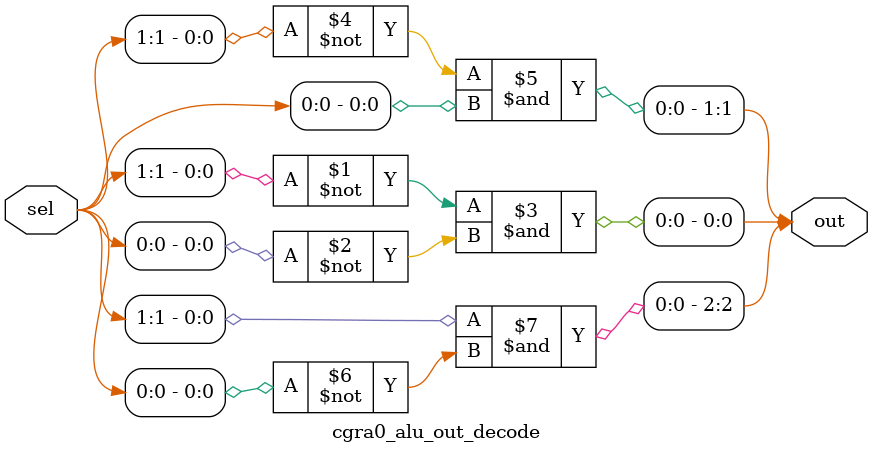
<source format=v>
module cgra0_alu_out_decode
(
  input [2-1:0] sel,
  output [3-1:0] out
);

  assign out[0] = ~sel[1] & ~sel[0];
  assign out[1] = ~sel[1] & sel[0];
  assign out[2] = sel[1] & ~sel[0];

endmodule
</source>
